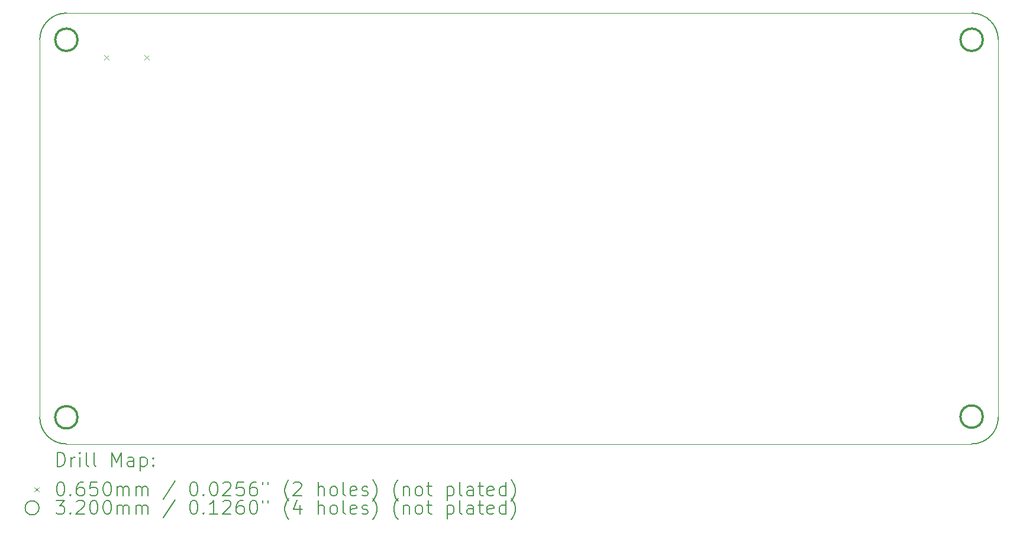
<source format=gbr>
%TF.GenerationSoftware,KiCad,Pcbnew,8.0.6*%
%TF.CreationDate,2025-05-06T21:58:27+02:00*%
%TF.ProjectId,VCU2.0,56435532-2e30-42e6-9b69-6361645f7063,rev?*%
%TF.SameCoordinates,Original*%
%TF.FileFunction,Drillmap*%
%TF.FilePolarity,Positive*%
%FSLAX45Y45*%
G04 Gerber Fmt 4.5, Leading zero omitted, Abs format (unit mm)*
G04 Created by KiCad (PCBNEW 8.0.6) date 2025-05-06 21:58:27*
%MOMM*%
%LPD*%
G01*
G04 APERTURE LIST*
%ADD10C,0.100000*%
%ADD11C,0.200000*%
%ADD12C,0.320000*%
G04 APERTURE END LIST*
D10*
X16256000Y-11049000D02*
X16256000Y-16446500D01*
X2921000Y-10668000D02*
X15875000Y-10668000D01*
D11*
X16256000Y-16446500D02*
G75*
G02*
X15875000Y-16827500I-381000J0D01*
G01*
X15875000Y-10668000D02*
G75*
G02*
X16256000Y-11049000I0J-381000D01*
G01*
X2921000Y-16827500D02*
G75*
G02*
X2540000Y-16446500I0J381000D01*
G01*
X2540000Y-11049000D02*
G75*
G02*
X2921000Y-10668000I381000J0D01*
G01*
D10*
X15875000Y-16827500D02*
X2921000Y-16827500D01*
X2540000Y-16446500D02*
X2540000Y-11049000D01*
D11*
D10*
X3463285Y-11267192D02*
X3528284Y-11332190D01*
X3528284Y-11267192D02*
X3463285Y-11332190D01*
X4041289Y-11267141D02*
X4106287Y-11332140D01*
X4106287Y-11267141D02*
X4041289Y-11332140D01*
D12*
X3081000Y-11049000D02*
G75*
G02*
X2761000Y-11049000I-160000J0D01*
G01*
X2761000Y-11049000D02*
G75*
G02*
X3081000Y-11049000I160000J0D01*
G01*
X3081000Y-16446500D02*
G75*
G02*
X2761000Y-16446500I-160000J0D01*
G01*
X2761000Y-16446500D02*
G75*
G02*
X3081000Y-16446500I160000J0D01*
G01*
X16035000Y-11049000D02*
G75*
G02*
X15715000Y-11049000I-160000J0D01*
G01*
X15715000Y-11049000D02*
G75*
G02*
X16035000Y-11049000I160000J0D01*
G01*
X16035000Y-16436500D02*
G75*
G02*
X15715000Y-16436500I-160000J0D01*
G01*
X15715000Y-16436500D02*
G75*
G02*
X16035000Y-16436500I160000J0D01*
G01*
D11*
X2790777Y-17148984D02*
X2790777Y-16948984D01*
X2790777Y-16948984D02*
X2838396Y-16948984D01*
X2838396Y-16948984D02*
X2866967Y-16958508D01*
X2866967Y-16958508D02*
X2886015Y-16977555D01*
X2886015Y-16977555D02*
X2895539Y-16996603D01*
X2895539Y-16996603D02*
X2905062Y-17034698D01*
X2905062Y-17034698D02*
X2905062Y-17063270D01*
X2905062Y-17063270D02*
X2895539Y-17101365D01*
X2895539Y-17101365D02*
X2886015Y-17120412D01*
X2886015Y-17120412D02*
X2866967Y-17139460D01*
X2866967Y-17139460D02*
X2838396Y-17148984D01*
X2838396Y-17148984D02*
X2790777Y-17148984D01*
X2990777Y-17148984D02*
X2990777Y-17015650D01*
X2990777Y-17053746D02*
X3000301Y-17034698D01*
X3000301Y-17034698D02*
X3009824Y-17025174D01*
X3009824Y-17025174D02*
X3028872Y-17015650D01*
X3028872Y-17015650D02*
X3047920Y-17015650D01*
X3114586Y-17148984D02*
X3114586Y-17015650D01*
X3114586Y-16948984D02*
X3105062Y-16958508D01*
X3105062Y-16958508D02*
X3114586Y-16968031D01*
X3114586Y-16968031D02*
X3124110Y-16958508D01*
X3124110Y-16958508D02*
X3114586Y-16948984D01*
X3114586Y-16948984D02*
X3114586Y-16968031D01*
X3238396Y-17148984D02*
X3219348Y-17139460D01*
X3219348Y-17139460D02*
X3209824Y-17120412D01*
X3209824Y-17120412D02*
X3209824Y-16948984D01*
X3343158Y-17148984D02*
X3324110Y-17139460D01*
X3324110Y-17139460D02*
X3314586Y-17120412D01*
X3314586Y-17120412D02*
X3314586Y-16948984D01*
X3571729Y-17148984D02*
X3571729Y-16948984D01*
X3571729Y-16948984D02*
X3638396Y-17091841D01*
X3638396Y-17091841D02*
X3705062Y-16948984D01*
X3705062Y-16948984D02*
X3705062Y-17148984D01*
X3886015Y-17148984D02*
X3886015Y-17044222D01*
X3886015Y-17044222D02*
X3876491Y-17025174D01*
X3876491Y-17025174D02*
X3857443Y-17015650D01*
X3857443Y-17015650D02*
X3819348Y-17015650D01*
X3819348Y-17015650D02*
X3800301Y-17025174D01*
X3886015Y-17139460D02*
X3866967Y-17148984D01*
X3866967Y-17148984D02*
X3819348Y-17148984D01*
X3819348Y-17148984D02*
X3800301Y-17139460D01*
X3800301Y-17139460D02*
X3790777Y-17120412D01*
X3790777Y-17120412D02*
X3790777Y-17101365D01*
X3790777Y-17101365D02*
X3800301Y-17082317D01*
X3800301Y-17082317D02*
X3819348Y-17072793D01*
X3819348Y-17072793D02*
X3866967Y-17072793D01*
X3866967Y-17072793D02*
X3886015Y-17063270D01*
X3981253Y-17015650D02*
X3981253Y-17215650D01*
X3981253Y-17025174D02*
X4000301Y-17015650D01*
X4000301Y-17015650D02*
X4038396Y-17015650D01*
X4038396Y-17015650D02*
X4057443Y-17025174D01*
X4057443Y-17025174D02*
X4066967Y-17034698D01*
X4066967Y-17034698D02*
X4076491Y-17053746D01*
X4076491Y-17053746D02*
X4076491Y-17110889D01*
X4076491Y-17110889D02*
X4066967Y-17129936D01*
X4066967Y-17129936D02*
X4057443Y-17139460D01*
X4057443Y-17139460D02*
X4038396Y-17148984D01*
X4038396Y-17148984D02*
X4000301Y-17148984D01*
X4000301Y-17148984D02*
X3981253Y-17139460D01*
X4162205Y-17129936D02*
X4171729Y-17139460D01*
X4171729Y-17139460D02*
X4162205Y-17148984D01*
X4162205Y-17148984D02*
X4152682Y-17139460D01*
X4152682Y-17139460D02*
X4162205Y-17129936D01*
X4162205Y-17129936D02*
X4162205Y-17148984D01*
X4162205Y-17025174D02*
X4171729Y-17034698D01*
X4171729Y-17034698D02*
X4162205Y-17044222D01*
X4162205Y-17044222D02*
X4152682Y-17034698D01*
X4152682Y-17034698D02*
X4162205Y-17025174D01*
X4162205Y-17025174D02*
X4162205Y-17044222D01*
D10*
X2465001Y-17445001D02*
X2530000Y-17509999D01*
X2530000Y-17445001D02*
X2465001Y-17509999D01*
D11*
X2828872Y-17368984D02*
X2847920Y-17368984D01*
X2847920Y-17368984D02*
X2866967Y-17378508D01*
X2866967Y-17378508D02*
X2876491Y-17388031D01*
X2876491Y-17388031D02*
X2886015Y-17407079D01*
X2886015Y-17407079D02*
X2895539Y-17445174D01*
X2895539Y-17445174D02*
X2895539Y-17492793D01*
X2895539Y-17492793D02*
X2886015Y-17530889D01*
X2886015Y-17530889D02*
X2876491Y-17549936D01*
X2876491Y-17549936D02*
X2866967Y-17559460D01*
X2866967Y-17559460D02*
X2847920Y-17568984D01*
X2847920Y-17568984D02*
X2828872Y-17568984D01*
X2828872Y-17568984D02*
X2809824Y-17559460D01*
X2809824Y-17559460D02*
X2800301Y-17549936D01*
X2800301Y-17549936D02*
X2790777Y-17530889D01*
X2790777Y-17530889D02*
X2781253Y-17492793D01*
X2781253Y-17492793D02*
X2781253Y-17445174D01*
X2781253Y-17445174D02*
X2790777Y-17407079D01*
X2790777Y-17407079D02*
X2800301Y-17388031D01*
X2800301Y-17388031D02*
X2809824Y-17378508D01*
X2809824Y-17378508D02*
X2828872Y-17368984D01*
X2981253Y-17549936D02*
X2990777Y-17559460D01*
X2990777Y-17559460D02*
X2981253Y-17568984D01*
X2981253Y-17568984D02*
X2971729Y-17559460D01*
X2971729Y-17559460D02*
X2981253Y-17549936D01*
X2981253Y-17549936D02*
X2981253Y-17568984D01*
X3162205Y-17368984D02*
X3124110Y-17368984D01*
X3124110Y-17368984D02*
X3105062Y-17378508D01*
X3105062Y-17378508D02*
X3095539Y-17388031D01*
X3095539Y-17388031D02*
X3076491Y-17416603D01*
X3076491Y-17416603D02*
X3066967Y-17454698D01*
X3066967Y-17454698D02*
X3066967Y-17530889D01*
X3066967Y-17530889D02*
X3076491Y-17549936D01*
X3076491Y-17549936D02*
X3086015Y-17559460D01*
X3086015Y-17559460D02*
X3105062Y-17568984D01*
X3105062Y-17568984D02*
X3143158Y-17568984D01*
X3143158Y-17568984D02*
X3162205Y-17559460D01*
X3162205Y-17559460D02*
X3171729Y-17549936D01*
X3171729Y-17549936D02*
X3181253Y-17530889D01*
X3181253Y-17530889D02*
X3181253Y-17483270D01*
X3181253Y-17483270D02*
X3171729Y-17464222D01*
X3171729Y-17464222D02*
X3162205Y-17454698D01*
X3162205Y-17454698D02*
X3143158Y-17445174D01*
X3143158Y-17445174D02*
X3105062Y-17445174D01*
X3105062Y-17445174D02*
X3086015Y-17454698D01*
X3086015Y-17454698D02*
X3076491Y-17464222D01*
X3076491Y-17464222D02*
X3066967Y-17483270D01*
X3362205Y-17368984D02*
X3266967Y-17368984D01*
X3266967Y-17368984D02*
X3257443Y-17464222D01*
X3257443Y-17464222D02*
X3266967Y-17454698D01*
X3266967Y-17454698D02*
X3286015Y-17445174D01*
X3286015Y-17445174D02*
X3333634Y-17445174D01*
X3333634Y-17445174D02*
X3352682Y-17454698D01*
X3352682Y-17454698D02*
X3362205Y-17464222D01*
X3362205Y-17464222D02*
X3371729Y-17483270D01*
X3371729Y-17483270D02*
X3371729Y-17530889D01*
X3371729Y-17530889D02*
X3362205Y-17549936D01*
X3362205Y-17549936D02*
X3352682Y-17559460D01*
X3352682Y-17559460D02*
X3333634Y-17568984D01*
X3333634Y-17568984D02*
X3286015Y-17568984D01*
X3286015Y-17568984D02*
X3266967Y-17559460D01*
X3266967Y-17559460D02*
X3257443Y-17549936D01*
X3495539Y-17368984D02*
X3514586Y-17368984D01*
X3514586Y-17368984D02*
X3533634Y-17378508D01*
X3533634Y-17378508D02*
X3543158Y-17388031D01*
X3543158Y-17388031D02*
X3552682Y-17407079D01*
X3552682Y-17407079D02*
X3562205Y-17445174D01*
X3562205Y-17445174D02*
X3562205Y-17492793D01*
X3562205Y-17492793D02*
X3552682Y-17530889D01*
X3552682Y-17530889D02*
X3543158Y-17549936D01*
X3543158Y-17549936D02*
X3533634Y-17559460D01*
X3533634Y-17559460D02*
X3514586Y-17568984D01*
X3514586Y-17568984D02*
X3495539Y-17568984D01*
X3495539Y-17568984D02*
X3476491Y-17559460D01*
X3476491Y-17559460D02*
X3466967Y-17549936D01*
X3466967Y-17549936D02*
X3457443Y-17530889D01*
X3457443Y-17530889D02*
X3447920Y-17492793D01*
X3447920Y-17492793D02*
X3447920Y-17445174D01*
X3447920Y-17445174D02*
X3457443Y-17407079D01*
X3457443Y-17407079D02*
X3466967Y-17388031D01*
X3466967Y-17388031D02*
X3476491Y-17378508D01*
X3476491Y-17378508D02*
X3495539Y-17368984D01*
X3647920Y-17568984D02*
X3647920Y-17435650D01*
X3647920Y-17454698D02*
X3657443Y-17445174D01*
X3657443Y-17445174D02*
X3676491Y-17435650D01*
X3676491Y-17435650D02*
X3705063Y-17435650D01*
X3705063Y-17435650D02*
X3724110Y-17445174D01*
X3724110Y-17445174D02*
X3733634Y-17464222D01*
X3733634Y-17464222D02*
X3733634Y-17568984D01*
X3733634Y-17464222D02*
X3743158Y-17445174D01*
X3743158Y-17445174D02*
X3762205Y-17435650D01*
X3762205Y-17435650D02*
X3790777Y-17435650D01*
X3790777Y-17435650D02*
X3809824Y-17445174D01*
X3809824Y-17445174D02*
X3819348Y-17464222D01*
X3819348Y-17464222D02*
X3819348Y-17568984D01*
X3914586Y-17568984D02*
X3914586Y-17435650D01*
X3914586Y-17454698D02*
X3924110Y-17445174D01*
X3924110Y-17445174D02*
X3943158Y-17435650D01*
X3943158Y-17435650D02*
X3971729Y-17435650D01*
X3971729Y-17435650D02*
X3990777Y-17445174D01*
X3990777Y-17445174D02*
X4000301Y-17464222D01*
X4000301Y-17464222D02*
X4000301Y-17568984D01*
X4000301Y-17464222D02*
X4009824Y-17445174D01*
X4009824Y-17445174D02*
X4028872Y-17435650D01*
X4028872Y-17435650D02*
X4057443Y-17435650D01*
X4057443Y-17435650D02*
X4076491Y-17445174D01*
X4076491Y-17445174D02*
X4086015Y-17464222D01*
X4086015Y-17464222D02*
X4086015Y-17568984D01*
X4476491Y-17359460D02*
X4305063Y-17616603D01*
X4733634Y-17368984D02*
X4752682Y-17368984D01*
X4752682Y-17368984D02*
X4771729Y-17378508D01*
X4771729Y-17378508D02*
X4781253Y-17388031D01*
X4781253Y-17388031D02*
X4790777Y-17407079D01*
X4790777Y-17407079D02*
X4800301Y-17445174D01*
X4800301Y-17445174D02*
X4800301Y-17492793D01*
X4800301Y-17492793D02*
X4790777Y-17530889D01*
X4790777Y-17530889D02*
X4781253Y-17549936D01*
X4781253Y-17549936D02*
X4771729Y-17559460D01*
X4771729Y-17559460D02*
X4752682Y-17568984D01*
X4752682Y-17568984D02*
X4733634Y-17568984D01*
X4733634Y-17568984D02*
X4714587Y-17559460D01*
X4714587Y-17559460D02*
X4705063Y-17549936D01*
X4705063Y-17549936D02*
X4695539Y-17530889D01*
X4695539Y-17530889D02*
X4686015Y-17492793D01*
X4686015Y-17492793D02*
X4686015Y-17445174D01*
X4686015Y-17445174D02*
X4695539Y-17407079D01*
X4695539Y-17407079D02*
X4705063Y-17388031D01*
X4705063Y-17388031D02*
X4714587Y-17378508D01*
X4714587Y-17378508D02*
X4733634Y-17368984D01*
X4886015Y-17549936D02*
X4895539Y-17559460D01*
X4895539Y-17559460D02*
X4886015Y-17568984D01*
X4886015Y-17568984D02*
X4876491Y-17559460D01*
X4876491Y-17559460D02*
X4886015Y-17549936D01*
X4886015Y-17549936D02*
X4886015Y-17568984D01*
X5019348Y-17368984D02*
X5038396Y-17368984D01*
X5038396Y-17368984D02*
X5057444Y-17378508D01*
X5057444Y-17378508D02*
X5066968Y-17388031D01*
X5066968Y-17388031D02*
X5076491Y-17407079D01*
X5076491Y-17407079D02*
X5086015Y-17445174D01*
X5086015Y-17445174D02*
X5086015Y-17492793D01*
X5086015Y-17492793D02*
X5076491Y-17530889D01*
X5076491Y-17530889D02*
X5066968Y-17549936D01*
X5066968Y-17549936D02*
X5057444Y-17559460D01*
X5057444Y-17559460D02*
X5038396Y-17568984D01*
X5038396Y-17568984D02*
X5019348Y-17568984D01*
X5019348Y-17568984D02*
X5000301Y-17559460D01*
X5000301Y-17559460D02*
X4990777Y-17549936D01*
X4990777Y-17549936D02*
X4981253Y-17530889D01*
X4981253Y-17530889D02*
X4971729Y-17492793D01*
X4971729Y-17492793D02*
X4971729Y-17445174D01*
X4971729Y-17445174D02*
X4981253Y-17407079D01*
X4981253Y-17407079D02*
X4990777Y-17388031D01*
X4990777Y-17388031D02*
X5000301Y-17378508D01*
X5000301Y-17378508D02*
X5019348Y-17368984D01*
X5162206Y-17388031D02*
X5171729Y-17378508D01*
X5171729Y-17378508D02*
X5190777Y-17368984D01*
X5190777Y-17368984D02*
X5238396Y-17368984D01*
X5238396Y-17368984D02*
X5257444Y-17378508D01*
X5257444Y-17378508D02*
X5266968Y-17388031D01*
X5266968Y-17388031D02*
X5276491Y-17407079D01*
X5276491Y-17407079D02*
X5276491Y-17426127D01*
X5276491Y-17426127D02*
X5266968Y-17454698D01*
X5266968Y-17454698D02*
X5152682Y-17568984D01*
X5152682Y-17568984D02*
X5276491Y-17568984D01*
X5457444Y-17368984D02*
X5362206Y-17368984D01*
X5362206Y-17368984D02*
X5352682Y-17464222D01*
X5352682Y-17464222D02*
X5362206Y-17454698D01*
X5362206Y-17454698D02*
X5381253Y-17445174D01*
X5381253Y-17445174D02*
X5428872Y-17445174D01*
X5428872Y-17445174D02*
X5447920Y-17454698D01*
X5447920Y-17454698D02*
X5457444Y-17464222D01*
X5457444Y-17464222D02*
X5466968Y-17483270D01*
X5466968Y-17483270D02*
X5466968Y-17530889D01*
X5466968Y-17530889D02*
X5457444Y-17549936D01*
X5457444Y-17549936D02*
X5447920Y-17559460D01*
X5447920Y-17559460D02*
X5428872Y-17568984D01*
X5428872Y-17568984D02*
X5381253Y-17568984D01*
X5381253Y-17568984D02*
X5362206Y-17559460D01*
X5362206Y-17559460D02*
X5352682Y-17549936D01*
X5638396Y-17368984D02*
X5600301Y-17368984D01*
X5600301Y-17368984D02*
X5581253Y-17378508D01*
X5581253Y-17378508D02*
X5571729Y-17388031D01*
X5571729Y-17388031D02*
X5552682Y-17416603D01*
X5552682Y-17416603D02*
X5543158Y-17454698D01*
X5543158Y-17454698D02*
X5543158Y-17530889D01*
X5543158Y-17530889D02*
X5552682Y-17549936D01*
X5552682Y-17549936D02*
X5562206Y-17559460D01*
X5562206Y-17559460D02*
X5581253Y-17568984D01*
X5581253Y-17568984D02*
X5619348Y-17568984D01*
X5619348Y-17568984D02*
X5638396Y-17559460D01*
X5638396Y-17559460D02*
X5647920Y-17549936D01*
X5647920Y-17549936D02*
X5657444Y-17530889D01*
X5657444Y-17530889D02*
X5657444Y-17483270D01*
X5657444Y-17483270D02*
X5647920Y-17464222D01*
X5647920Y-17464222D02*
X5638396Y-17454698D01*
X5638396Y-17454698D02*
X5619348Y-17445174D01*
X5619348Y-17445174D02*
X5581253Y-17445174D01*
X5581253Y-17445174D02*
X5562206Y-17454698D01*
X5562206Y-17454698D02*
X5552682Y-17464222D01*
X5552682Y-17464222D02*
X5543158Y-17483270D01*
X5733634Y-17368984D02*
X5733634Y-17407079D01*
X5809825Y-17368984D02*
X5809825Y-17407079D01*
X6105063Y-17645174D02*
X6095539Y-17635650D01*
X6095539Y-17635650D02*
X6076491Y-17607079D01*
X6076491Y-17607079D02*
X6066968Y-17588031D01*
X6066968Y-17588031D02*
X6057444Y-17559460D01*
X6057444Y-17559460D02*
X6047920Y-17511841D01*
X6047920Y-17511841D02*
X6047920Y-17473746D01*
X6047920Y-17473746D02*
X6057444Y-17426127D01*
X6057444Y-17426127D02*
X6066968Y-17397555D01*
X6066968Y-17397555D02*
X6076491Y-17378508D01*
X6076491Y-17378508D02*
X6095539Y-17349936D01*
X6095539Y-17349936D02*
X6105063Y-17340412D01*
X6171729Y-17388031D02*
X6181253Y-17378508D01*
X6181253Y-17378508D02*
X6200301Y-17368984D01*
X6200301Y-17368984D02*
X6247920Y-17368984D01*
X6247920Y-17368984D02*
X6266968Y-17378508D01*
X6266968Y-17378508D02*
X6276491Y-17388031D01*
X6276491Y-17388031D02*
X6286015Y-17407079D01*
X6286015Y-17407079D02*
X6286015Y-17426127D01*
X6286015Y-17426127D02*
X6276491Y-17454698D01*
X6276491Y-17454698D02*
X6162206Y-17568984D01*
X6162206Y-17568984D02*
X6286015Y-17568984D01*
X6524110Y-17568984D02*
X6524110Y-17368984D01*
X6609825Y-17568984D02*
X6609825Y-17464222D01*
X6609825Y-17464222D02*
X6600301Y-17445174D01*
X6600301Y-17445174D02*
X6581253Y-17435650D01*
X6581253Y-17435650D02*
X6552682Y-17435650D01*
X6552682Y-17435650D02*
X6533634Y-17445174D01*
X6533634Y-17445174D02*
X6524110Y-17454698D01*
X6733634Y-17568984D02*
X6714587Y-17559460D01*
X6714587Y-17559460D02*
X6705063Y-17549936D01*
X6705063Y-17549936D02*
X6695539Y-17530889D01*
X6695539Y-17530889D02*
X6695539Y-17473746D01*
X6695539Y-17473746D02*
X6705063Y-17454698D01*
X6705063Y-17454698D02*
X6714587Y-17445174D01*
X6714587Y-17445174D02*
X6733634Y-17435650D01*
X6733634Y-17435650D02*
X6762206Y-17435650D01*
X6762206Y-17435650D02*
X6781253Y-17445174D01*
X6781253Y-17445174D02*
X6790777Y-17454698D01*
X6790777Y-17454698D02*
X6800301Y-17473746D01*
X6800301Y-17473746D02*
X6800301Y-17530889D01*
X6800301Y-17530889D02*
X6790777Y-17549936D01*
X6790777Y-17549936D02*
X6781253Y-17559460D01*
X6781253Y-17559460D02*
X6762206Y-17568984D01*
X6762206Y-17568984D02*
X6733634Y-17568984D01*
X6914587Y-17568984D02*
X6895539Y-17559460D01*
X6895539Y-17559460D02*
X6886015Y-17540412D01*
X6886015Y-17540412D02*
X6886015Y-17368984D01*
X7066968Y-17559460D02*
X7047920Y-17568984D01*
X7047920Y-17568984D02*
X7009825Y-17568984D01*
X7009825Y-17568984D02*
X6990777Y-17559460D01*
X6990777Y-17559460D02*
X6981253Y-17540412D01*
X6981253Y-17540412D02*
X6981253Y-17464222D01*
X6981253Y-17464222D02*
X6990777Y-17445174D01*
X6990777Y-17445174D02*
X7009825Y-17435650D01*
X7009825Y-17435650D02*
X7047920Y-17435650D01*
X7047920Y-17435650D02*
X7066968Y-17445174D01*
X7066968Y-17445174D02*
X7076491Y-17464222D01*
X7076491Y-17464222D02*
X7076491Y-17483270D01*
X7076491Y-17483270D02*
X6981253Y-17502317D01*
X7152682Y-17559460D02*
X7171730Y-17568984D01*
X7171730Y-17568984D02*
X7209825Y-17568984D01*
X7209825Y-17568984D02*
X7228872Y-17559460D01*
X7228872Y-17559460D02*
X7238396Y-17540412D01*
X7238396Y-17540412D02*
X7238396Y-17530889D01*
X7238396Y-17530889D02*
X7228872Y-17511841D01*
X7228872Y-17511841D02*
X7209825Y-17502317D01*
X7209825Y-17502317D02*
X7181253Y-17502317D01*
X7181253Y-17502317D02*
X7162206Y-17492793D01*
X7162206Y-17492793D02*
X7152682Y-17473746D01*
X7152682Y-17473746D02*
X7152682Y-17464222D01*
X7152682Y-17464222D02*
X7162206Y-17445174D01*
X7162206Y-17445174D02*
X7181253Y-17435650D01*
X7181253Y-17435650D02*
X7209825Y-17435650D01*
X7209825Y-17435650D02*
X7228872Y-17445174D01*
X7305063Y-17645174D02*
X7314587Y-17635650D01*
X7314587Y-17635650D02*
X7333634Y-17607079D01*
X7333634Y-17607079D02*
X7343158Y-17588031D01*
X7343158Y-17588031D02*
X7352682Y-17559460D01*
X7352682Y-17559460D02*
X7362206Y-17511841D01*
X7362206Y-17511841D02*
X7362206Y-17473746D01*
X7362206Y-17473746D02*
X7352682Y-17426127D01*
X7352682Y-17426127D02*
X7343158Y-17397555D01*
X7343158Y-17397555D02*
X7333634Y-17378508D01*
X7333634Y-17378508D02*
X7314587Y-17349936D01*
X7314587Y-17349936D02*
X7305063Y-17340412D01*
X7666968Y-17645174D02*
X7657444Y-17635650D01*
X7657444Y-17635650D02*
X7638396Y-17607079D01*
X7638396Y-17607079D02*
X7628872Y-17588031D01*
X7628872Y-17588031D02*
X7619349Y-17559460D01*
X7619349Y-17559460D02*
X7609825Y-17511841D01*
X7609825Y-17511841D02*
X7609825Y-17473746D01*
X7609825Y-17473746D02*
X7619349Y-17426127D01*
X7619349Y-17426127D02*
X7628872Y-17397555D01*
X7628872Y-17397555D02*
X7638396Y-17378508D01*
X7638396Y-17378508D02*
X7657444Y-17349936D01*
X7657444Y-17349936D02*
X7666968Y-17340412D01*
X7743158Y-17435650D02*
X7743158Y-17568984D01*
X7743158Y-17454698D02*
X7752682Y-17445174D01*
X7752682Y-17445174D02*
X7771730Y-17435650D01*
X7771730Y-17435650D02*
X7800301Y-17435650D01*
X7800301Y-17435650D02*
X7819349Y-17445174D01*
X7819349Y-17445174D02*
X7828872Y-17464222D01*
X7828872Y-17464222D02*
X7828872Y-17568984D01*
X7952682Y-17568984D02*
X7933634Y-17559460D01*
X7933634Y-17559460D02*
X7924111Y-17549936D01*
X7924111Y-17549936D02*
X7914587Y-17530889D01*
X7914587Y-17530889D02*
X7914587Y-17473746D01*
X7914587Y-17473746D02*
X7924111Y-17454698D01*
X7924111Y-17454698D02*
X7933634Y-17445174D01*
X7933634Y-17445174D02*
X7952682Y-17435650D01*
X7952682Y-17435650D02*
X7981253Y-17435650D01*
X7981253Y-17435650D02*
X8000301Y-17445174D01*
X8000301Y-17445174D02*
X8009825Y-17454698D01*
X8009825Y-17454698D02*
X8019349Y-17473746D01*
X8019349Y-17473746D02*
X8019349Y-17530889D01*
X8019349Y-17530889D02*
X8009825Y-17549936D01*
X8009825Y-17549936D02*
X8000301Y-17559460D01*
X8000301Y-17559460D02*
X7981253Y-17568984D01*
X7981253Y-17568984D02*
X7952682Y-17568984D01*
X8076492Y-17435650D02*
X8152682Y-17435650D01*
X8105063Y-17368984D02*
X8105063Y-17540412D01*
X8105063Y-17540412D02*
X8114587Y-17559460D01*
X8114587Y-17559460D02*
X8133634Y-17568984D01*
X8133634Y-17568984D02*
X8152682Y-17568984D01*
X8371730Y-17435650D02*
X8371730Y-17635650D01*
X8371730Y-17445174D02*
X8390777Y-17435650D01*
X8390777Y-17435650D02*
X8428873Y-17435650D01*
X8428873Y-17435650D02*
X8447920Y-17445174D01*
X8447920Y-17445174D02*
X8457444Y-17454698D01*
X8457444Y-17454698D02*
X8466968Y-17473746D01*
X8466968Y-17473746D02*
X8466968Y-17530889D01*
X8466968Y-17530889D02*
X8457444Y-17549936D01*
X8457444Y-17549936D02*
X8447920Y-17559460D01*
X8447920Y-17559460D02*
X8428873Y-17568984D01*
X8428873Y-17568984D02*
X8390777Y-17568984D01*
X8390777Y-17568984D02*
X8371730Y-17559460D01*
X8581254Y-17568984D02*
X8562206Y-17559460D01*
X8562206Y-17559460D02*
X8552682Y-17540412D01*
X8552682Y-17540412D02*
X8552682Y-17368984D01*
X8743158Y-17568984D02*
X8743158Y-17464222D01*
X8743158Y-17464222D02*
X8733635Y-17445174D01*
X8733635Y-17445174D02*
X8714587Y-17435650D01*
X8714587Y-17435650D02*
X8676492Y-17435650D01*
X8676492Y-17435650D02*
X8657444Y-17445174D01*
X8743158Y-17559460D02*
X8724111Y-17568984D01*
X8724111Y-17568984D02*
X8676492Y-17568984D01*
X8676492Y-17568984D02*
X8657444Y-17559460D01*
X8657444Y-17559460D02*
X8647920Y-17540412D01*
X8647920Y-17540412D02*
X8647920Y-17521365D01*
X8647920Y-17521365D02*
X8657444Y-17502317D01*
X8657444Y-17502317D02*
X8676492Y-17492793D01*
X8676492Y-17492793D02*
X8724111Y-17492793D01*
X8724111Y-17492793D02*
X8743158Y-17483270D01*
X8809825Y-17435650D02*
X8886015Y-17435650D01*
X8838396Y-17368984D02*
X8838396Y-17540412D01*
X8838396Y-17540412D02*
X8847920Y-17559460D01*
X8847920Y-17559460D02*
X8866968Y-17568984D01*
X8866968Y-17568984D02*
X8886015Y-17568984D01*
X9028873Y-17559460D02*
X9009825Y-17568984D01*
X9009825Y-17568984D02*
X8971730Y-17568984D01*
X8971730Y-17568984D02*
X8952682Y-17559460D01*
X8952682Y-17559460D02*
X8943158Y-17540412D01*
X8943158Y-17540412D02*
X8943158Y-17464222D01*
X8943158Y-17464222D02*
X8952682Y-17445174D01*
X8952682Y-17445174D02*
X8971730Y-17435650D01*
X8971730Y-17435650D02*
X9009825Y-17435650D01*
X9009825Y-17435650D02*
X9028873Y-17445174D01*
X9028873Y-17445174D02*
X9038396Y-17464222D01*
X9038396Y-17464222D02*
X9038396Y-17483270D01*
X9038396Y-17483270D02*
X8943158Y-17502317D01*
X9209825Y-17568984D02*
X9209825Y-17368984D01*
X9209825Y-17559460D02*
X9190777Y-17568984D01*
X9190777Y-17568984D02*
X9152682Y-17568984D01*
X9152682Y-17568984D02*
X9133635Y-17559460D01*
X9133635Y-17559460D02*
X9124111Y-17549936D01*
X9124111Y-17549936D02*
X9114587Y-17530889D01*
X9114587Y-17530889D02*
X9114587Y-17473746D01*
X9114587Y-17473746D02*
X9124111Y-17454698D01*
X9124111Y-17454698D02*
X9133635Y-17445174D01*
X9133635Y-17445174D02*
X9152682Y-17435650D01*
X9152682Y-17435650D02*
X9190777Y-17435650D01*
X9190777Y-17435650D02*
X9209825Y-17445174D01*
X9286016Y-17645174D02*
X9295539Y-17635650D01*
X9295539Y-17635650D02*
X9314587Y-17607079D01*
X9314587Y-17607079D02*
X9324111Y-17588031D01*
X9324111Y-17588031D02*
X9333635Y-17559460D01*
X9333635Y-17559460D02*
X9343158Y-17511841D01*
X9343158Y-17511841D02*
X9343158Y-17473746D01*
X9343158Y-17473746D02*
X9333635Y-17426127D01*
X9333635Y-17426127D02*
X9324111Y-17397555D01*
X9324111Y-17397555D02*
X9314587Y-17378508D01*
X9314587Y-17378508D02*
X9295539Y-17349936D01*
X9295539Y-17349936D02*
X9286016Y-17340412D01*
X2530000Y-17741500D02*
G75*
G02*
X2330000Y-17741500I-100000J0D01*
G01*
X2330000Y-17741500D02*
G75*
G02*
X2530000Y-17741500I100000J0D01*
G01*
X2771729Y-17632984D02*
X2895539Y-17632984D01*
X2895539Y-17632984D02*
X2828872Y-17709174D01*
X2828872Y-17709174D02*
X2857443Y-17709174D01*
X2857443Y-17709174D02*
X2876491Y-17718698D01*
X2876491Y-17718698D02*
X2886015Y-17728222D01*
X2886015Y-17728222D02*
X2895539Y-17747270D01*
X2895539Y-17747270D02*
X2895539Y-17794889D01*
X2895539Y-17794889D02*
X2886015Y-17813936D01*
X2886015Y-17813936D02*
X2876491Y-17823460D01*
X2876491Y-17823460D02*
X2857443Y-17832984D01*
X2857443Y-17832984D02*
X2800301Y-17832984D01*
X2800301Y-17832984D02*
X2781253Y-17823460D01*
X2781253Y-17823460D02*
X2771729Y-17813936D01*
X2981253Y-17813936D02*
X2990777Y-17823460D01*
X2990777Y-17823460D02*
X2981253Y-17832984D01*
X2981253Y-17832984D02*
X2971729Y-17823460D01*
X2971729Y-17823460D02*
X2981253Y-17813936D01*
X2981253Y-17813936D02*
X2981253Y-17832984D01*
X3066967Y-17652031D02*
X3076491Y-17642508D01*
X3076491Y-17642508D02*
X3095539Y-17632984D01*
X3095539Y-17632984D02*
X3143158Y-17632984D01*
X3143158Y-17632984D02*
X3162205Y-17642508D01*
X3162205Y-17642508D02*
X3171729Y-17652031D01*
X3171729Y-17652031D02*
X3181253Y-17671079D01*
X3181253Y-17671079D02*
X3181253Y-17690127D01*
X3181253Y-17690127D02*
X3171729Y-17718698D01*
X3171729Y-17718698D02*
X3057443Y-17832984D01*
X3057443Y-17832984D02*
X3181253Y-17832984D01*
X3305062Y-17632984D02*
X3324110Y-17632984D01*
X3324110Y-17632984D02*
X3343158Y-17642508D01*
X3343158Y-17642508D02*
X3352682Y-17652031D01*
X3352682Y-17652031D02*
X3362205Y-17671079D01*
X3362205Y-17671079D02*
X3371729Y-17709174D01*
X3371729Y-17709174D02*
X3371729Y-17756793D01*
X3371729Y-17756793D02*
X3362205Y-17794889D01*
X3362205Y-17794889D02*
X3352682Y-17813936D01*
X3352682Y-17813936D02*
X3343158Y-17823460D01*
X3343158Y-17823460D02*
X3324110Y-17832984D01*
X3324110Y-17832984D02*
X3305062Y-17832984D01*
X3305062Y-17832984D02*
X3286015Y-17823460D01*
X3286015Y-17823460D02*
X3276491Y-17813936D01*
X3276491Y-17813936D02*
X3266967Y-17794889D01*
X3266967Y-17794889D02*
X3257443Y-17756793D01*
X3257443Y-17756793D02*
X3257443Y-17709174D01*
X3257443Y-17709174D02*
X3266967Y-17671079D01*
X3266967Y-17671079D02*
X3276491Y-17652031D01*
X3276491Y-17652031D02*
X3286015Y-17642508D01*
X3286015Y-17642508D02*
X3305062Y-17632984D01*
X3495539Y-17632984D02*
X3514586Y-17632984D01*
X3514586Y-17632984D02*
X3533634Y-17642508D01*
X3533634Y-17642508D02*
X3543158Y-17652031D01*
X3543158Y-17652031D02*
X3552682Y-17671079D01*
X3552682Y-17671079D02*
X3562205Y-17709174D01*
X3562205Y-17709174D02*
X3562205Y-17756793D01*
X3562205Y-17756793D02*
X3552682Y-17794889D01*
X3552682Y-17794889D02*
X3543158Y-17813936D01*
X3543158Y-17813936D02*
X3533634Y-17823460D01*
X3533634Y-17823460D02*
X3514586Y-17832984D01*
X3514586Y-17832984D02*
X3495539Y-17832984D01*
X3495539Y-17832984D02*
X3476491Y-17823460D01*
X3476491Y-17823460D02*
X3466967Y-17813936D01*
X3466967Y-17813936D02*
X3457443Y-17794889D01*
X3457443Y-17794889D02*
X3447920Y-17756793D01*
X3447920Y-17756793D02*
X3447920Y-17709174D01*
X3447920Y-17709174D02*
X3457443Y-17671079D01*
X3457443Y-17671079D02*
X3466967Y-17652031D01*
X3466967Y-17652031D02*
X3476491Y-17642508D01*
X3476491Y-17642508D02*
X3495539Y-17632984D01*
X3647920Y-17832984D02*
X3647920Y-17699650D01*
X3647920Y-17718698D02*
X3657443Y-17709174D01*
X3657443Y-17709174D02*
X3676491Y-17699650D01*
X3676491Y-17699650D02*
X3705063Y-17699650D01*
X3705063Y-17699650D02*
X3724110Y-17709174D01*
X3724110Y-17709174D02*
X3733634Y-17728222D01*
X3733634Y-17728222D02*
X3733634Y-17832984D01*
X3733634Y-17728222D02*
X3743158Y-17709174D01*
X3743158Y-17709174D02*
X3762205Y-17699650D01*
X3762205Y-17699650D02*
X3790777Y-17699650D01*
X3790777Y-17699650D02*
X3809824Y-17709174D01*
X3809824Y-17709174D02*
X3819348Y-17728222D01*
X3819348Y-17728222D02*
X3819348Y-17832984D01*
X3914586Y-17832984D02*
X3914586Y-17699650D01*
X3914586Y-17718698D02*
X3924110Y-17709174D01*
X3924110Y-17709174D02*
X3943158Y-17699650D01*
X3943158Y-17699650D02*
X3971729Y-17699650D01*
X3971729Y-17699650D02*
X3990777Y-17709174D01*
X3990777Y-17709174D02*
X4000301Y-17728222D01*
X4000301Y-17728222D02*
X4000301Y-17832984D01*
X4000301Y-17728222D02*
X4009824Y-17709174D01*
X4009824Y-17709174D02*
X4028872Y-17699650D01*
X4028872Y-17699650D02*
X4057443Y-17699650D01*
X4057443Y-17699650D02*
X4076491Y-17709174D01*
X4076491Y-17709174D02*
X4086015Y-17728222D01*
X4086015Y-17728222D02*
X4086015Y-17832984D01*
X4476491Y-17623460D02*
X4305063Y-17880603D01*
X4733634Y-17632984D02*
X4752682Y-17632984D01*
X4752682Y-17632984D02*
X4771729Y-17642508D01*
X4771729Y-17642508D02*
X4781253Y-17652031D01*
X4781253Y-17652031D02*
X4790777Y-17671079D01*
X4790777Y-17671079D02*
X4800301Y-17709174D01*
X4800301Y-17709174D02*
X4800301Y-17756793D01*
X4800301Y-17756793D02*
X4790777Y-17794889D01*
X4790777Y-17794889D02*
X4781253Y-17813936D01*
X4781253Y-17813936D02*
X4771729Y-17823460D01*
X4771729Y-17823460D02*
X4752682Y-17832984D01*
X4752682Y-17832984D02*
X4733634Y-17832984D01*
X4733634Y-17832984D02*
X4714587Y-17823460D01*
X4714587Y-17823460D02*
X4705063Y-17813936D01*
X4705063Y-17813936D02*
X4695539Y-17794889D01*
X4695539Y-17794889D02*
X4686015Y-17756793D01*
X4686015Y-17756793D02*
X4686015Y-17709174D01*
X4686015Y-17709174D02*
X4695539Y-17671079D01*
X4695539Y-17671079D02*
X4705063Y-17652031D01*
X4705063Y-17652031D02*
X4714587Y-17642508D01*
X4714587Y-17642508D02*
X4733634Y-17632984D01*
X4886015Y-17813936D02*
X4895539Y-17823460D01*
X4895539Y-17823460D02*
X4886015Y-17832984D01*
X4886015Y-17832984D02*
X4876491Y-17823460D01*
X4876491Y-17823460D02*
X4886015Y-17813936D01*
X4886015Y-17813936D02*
X4886015Y-17832984D01*
X5086015Y-17832984D02*
X4971729Y-17832984D01*
X5028872Y-17832984D02*
X5028872Y-17632984D01*
X5028872Y-17632984D02*
X5009825Y-17661555D01*
X5009825Y-17661555D02*
X4990777Y-17680603D01*
X4990777Y-17680603D02*
X4971729Y-17690127D01*
X5162206Y-17652031D02*
X5171729Y-17642508D01*
X5171729Y-17642508D02*
X5190777Y-17632984D01*
X5190777Y-17632984D02*
X5238396Y-17632984D01*
X5238396Y-17632984D02*
X5257444Y-17642508D01*
X5257444Y-17642508D02*
X5266968Y-17652031D01*
X5266968Y-17652031D02*
X5276491Y-17671079D01*
X5276491Y-17671079D02*
X5276491Y-17690127D01*
X5276491Y-17690127D02*
X5266968Y-17718698D01*
X5266968Y-17718698D02*
X5152682Y-17832984D01*
X5152682Y-17832984D02*
X5276491Y-17832984D01*
X5447920Y-17632984D02*
X5409825Y-17632984D01*
X5409825Y-17632984D02*
X5390777Y-17642508D01*
X5390777Y-17642508D02*
X5381253Y-17652031D01*
X5381253Y-17652031D02*
X5362206Y-17680603D01*
X5362206Y-17680603D02*
X5352682Y-17718698D01*
X5352682Y-17718698D02*
X5352682Y-17794889D01*
X5352682Y-17794889D02*
X5362206Y-17813936D01*
X5362206Y-17813936D02*
X5371729Y-17823460D01*
X5371729Y-17823460D02*
X5390777Y-17832984D01*
X5390777Y-17832984D02*
X5428872Y-17832984D01*
X5428872Y-17832984D02*
X5447920Y-17823460D01*
X5447920Y-17823460D02*
X5457444Y-17813936D01*
X5457444Y-17813936D02*
X5466968Y-17794889D01*
X5466968Y-17794889D02*
X5466968Y-17747270D01*
X5466968Y-17747270D02*
X5457444Y-17728222D01*
X5457444Y-17728222D02*
X5447920Y-17718698D01*
X5447920Y-17718698D02*
X5428872Y-17709174D01*
X5428872Y-17709174D02*
X5390777Y-17709174D01*
X5390777Y-17709174D02*
X5371729Y-17718698D01*
X5371729Y-17718698D02*
X5362206Y-17728222D01*
X5362206Y-17728222D02*
X5352682Y-17747270D01*
X5590777Y-17632984D02*
X5609825Y-17632984D01*
X5609825Y-17632984D02*
X5628872Y-17642508D01*
X5628872Y-17642508D02*
X5638396Y-17652031D01*
X5638396Y-17652031D02*
X5647920Y-17671079D01*
X5647920Y-17671079D02*
X5657444Y-17709174D01*
X5657444Y-17709174D02*
X5657444Y-17756793D01*
X5657444Y-17756793D02*
X5647920Y-17794889D01*
X5647920Y-17794889D02*
X5638396Y-17813936D01*
X5638396Y-17813936D02*
X5628872Y-17823460D01*
X5628872Y-17823460D02*
X5609825Y-17832984D01*
X5609825Y-17832984D02*
X5590777Y-17832984D01*
X5590777Y-17832984D02*
X5571729Y-17823460D01*
X5571729Y-17823460D02*
X5562206Y-17813936D01*
X5562206Y-17813936D02*
X5552682Y-17794889D01*
X5552682Y-17794889D02*
X5543158Y-17756793D01*
X5543158Y-17756793D02*
X5543158Y-17709174D01*
X5543158Y-17709174D02*
X5552682Y-17671079D01*
X5552682Y-17671079D02*
X5562206Y-17652031D01*
X5562206Y-17652031D02*
X5571729Y-17642508D01*
X5571729Y-17642508D02*
X5590777Y-17632984D01*
X5733634Y-17632984D02*
X5733634Y-17671079D01*
X5809825Y-17632984D02*
X5809825Y-17671079D01*
X6105063Y-17909174D02*
X6095539Y-17899650D01*
X6095539Y-17899650D02*
X6076491Y-17871079D01*
X6076491Y-17871079D02*
X6066968Y-17852031D01*
X6066968Y-17852031D02*
X6057444Y-17823460D01*
X6057444Y-17823460D02*
X6047920Y-17775841D01*
X6047920Y-17775841D02*
X6047920Y-17737746D01*
X6047920Y-17737746D02*
X6057444Y-17690127D01*
X6057444Y-17690127D02*
X6066968Y-17661555D01*
X6066968Y-17661555D02*
X6076491Y-17642508D01*
X6076491Y-17642508D02*
X6095539Y-17613936D01*
X6095539Y-17613936D02*
X6105063Y-17604412D01*
X6266968Y-17699650D02*
X6266968Y-17832984D01*
X6219348Y-17623460D02*
X6171729Y-17766317D01*
X6171729Y-17766317D02*
X6295539Y-17766317D01*
X6524110Y-17832984D02*
X6524110Y-17632984D01*
X6609825Y-17832984D02*
X6609825Y-17728222D01*
X6609825Y-17728222D02*
X6600301Y-17709174D01*
X6600301Y-17709174D02*
X6581253Y-17699650D01*
X6581253Y-17699650D02*
X6552682Y-17699650D01*
X6552682Y-17699650D02*
X6533634Y-17709174D01*
X6533634Y-17709174D02*
X6524110Y-17718698D01*
X6733634Y-17832984D02*
X6714587Y-17823460D01*
X6714587Y-17823460D02*
X6705063Y-17813936D01*
X6705063Y-17813936D02*
X6695539Y-17794889D01*
X6695539Y-17794889D02*
X6695539Y-17737746D01*
X6695539Y-17737746D02*
X6705063Y-17718698D01*
X6705063Y-17718698D02*
X6714587Y-17709174D01*
X6714587Y-17709174D02*
X6733634Y-17699650D01*
X6733634Y-17699650D02*
X6762206Y-17699650D01*
X6762206Y-17699650D02*
X6781253Y-17709174D01*
X6781253Y-17709174D02*
X6790777Y-17718698D01*
X6790777Y-17718698D02*
X6800301Y-17737746D01*
X6800301Y-17737746D02*
X6800301Y-17794889D01*
X6800301Y-17794889D02*
X6790777Y-17813936D01*
X6790777Y-17813936D02*
X6781253Y-17823460D01*
X6781253Y-17823460D02*
X6762206Y-17832984D01*
X6762206Y-17832984D02*
X6733634Y-17832984D01*
X6914587Y-17832984D02*
X6895539Y-17823460D01*
X6895539Y-17823460D02*
X6886015Y-17804412D01*
X6886015Y-17804412D02*
X6886015Y-17632984D01*
X7066968Y-17823460D02*
X7047920Y-17832984D01*
X7047920Y-17832984D02*
X7009825Y-17832984D01*
X7009825Y-17832984D02*
X6990777Y-17823460D01*
X6990777Y-17823460D02*
X6981253Y-17804412D01*
X6981253Y-17804412D02*
X6981253Y-17728222D01*
X6981253Y-17728222D02*
X6990777Y-17709174D01*
X6990777Y-17709174D02*
X7009825Y-17699650D01*
X7009825Y-17699650D02*
X7047920Y-17699650D01*
X7047920Y-17699650D02*
X7066968Y-17709174D01*
X7066968Y-17709174D02*
X7076491Y-17728222D01*
X7076491Y-17728222D02*
X7076491Y-17747270D01*
X7076491Y-17747270D02*
X6981253Y-17766317D01*
X7152682Y-17823460D02*
X7171730Y-17832984D01*
X7171730Y-17832984D02*
X7209825Y-17832984D01*
X7209825Y-17832984D02*
X7228872Y-17823460D01*
X7228872Y-17823460D02*
X7238396Y-17804412D01*
X7238396Y-17804412D02*
X7238396Y-17794889D01*
X7238396Y-17794889D02*
X7228872Y-17775841D01*
X7228872Y-17775841D02*
X7209825Y-17766317D01*
X7209825Y-17766317D02*
X7181253Y-17766317D01*
X7181253Y-17766317D02*
X7162206Y-17756793D01*
X7162206Y-17756793D02*
X7152682Y-17737746D01*
X7152682Y-17737746D02*
X7152682Y-17728222D01*
X7152682Y-17728222D02*
X7162206Y-17709174D01*
X7162206Y-17709174D02*
X7181253Y-17699650D01*
X7181253Y-17699650D02*
X7209825Y-17699650D01*
X7209825Y-17699650D02*
X7228872Y-17709174D01*
X7305063Y-17909174D02*
X7314587Y-17899650D01*
X7314587Y-17899650D02*
X7333634Y-17871079D01*
X7333634Y-17871079D02*
X7343158Y-17852031D01*
X7343158Y-17852031D02*
X7352682Y-17823460D01*
X7352682Y-17823460D02*
X7362206Y-17775841D01*
X7362206Y-17775841D02*
X7362206Y-17737746D01*
X7362206Y-17737746D02*
X7352682Y-17690127D01*
X7352682Y-17690127D02*
X7343158Y-17661555D01*
X7343158Y-17661555D02*
X7333634Y-17642508D01*
X7333634Y-17642508D02*
X7314587Y-17613936D01*
X7314587Y-17613936D02*
X7305063Y-17604412D01*
X7666968Y-17909174D02*
X7657444Y-17899650D01*
X7657444Y-17899650D02*
X7638396Y-17871079D01*
X7638396Y-17871079D02*
X7628872Y-17852031D01*
X7628872Y-17852031D02*
X7619349Y-17823460D01*
X7619349Y-17823460D02*
X7609825Y-17775841D01*
X7609825Y-17775841D02*
X7609825Y-17737746D01*
X7609825Y-17737746D02*
X7619349Y-17690127D01*
X7619349Y-17690127D02*
X7628872Y-17661555D01*
X7628872Y-17661555D02*
X7638396Y-17642508D01*
X7638396Y-17642508D02*
X7657444Y-17613936D01*
X7657444Y-17613936D02*
X7666968Y-17604412D01*
X7743158Y-17699650D02*
X7743158Y-17832984D01*
X7743158Y-17718698D02*
X7752682Y-17709174D01*
X7752682Y-17709174D02*
X7771730Y-17699650D01*
X7771730Y-17699650D02*
X7800301Y-17699650D01*
X7800301Y-17699650D02*
X7819349Y-17709174D01*
X7819349Y-17709174D02*
X7828872Y-17728222D01*
X7828872Y-17728222D02*
X7828872Y-17832984D01*
X7952682Y-17832984D02*
X7933634Y-17823460D01*
X7933634Y-17823460D02*
X7924111Y-17813936D01*
X7924111Y-17813936D02*
X7914587Y-17794889D01*
X7914587Y-17794889D02*
X7914587Y-17737746D01*
X7914587Y-17737746D02*
X7924111Y-17718698D01*
X7924111Y-17718698D02*
X7933634Y-17709174D01*
X7933634Y-17709174D02*
X7952682Y-17699650D01*
X7952682Y-17699650D02*
X7981253Y-17699650D01*
X7981253Y-17699650D02*
X8000301Y-17709174D01*
X8000301Y-17709174D02*
X8009825Y-17718698D01*
X8009825Y-17718698D02*
X8019349Y-17737746D01*
X8019349Y-17737746D02*
X8019349Y-17794889D01*
X8019349Y-17794889D02*
X8009825Y-17813936D01*
X8009825Y-17813936D02*
X8000301Y-17823460D01*
X8000301Y-17823460D02*
X7981253Y-17832984D01*
X7981253Y-17832984D02*
X7952682Y-17832984D01*
X8076492Y-17699650D02*
X8152682Y-17699650D01*
X8105063Y-17632984D02*
X8105063Y-17804412D01*
X8105063Y-17804412D02*
X8114587Y-17823460D01*
X8114587Y-17823460D02*
X8133634Y-17832984D01*
X8133634Y-17832984D02*
X8152682Y-17832984D01*
X8371730Y-17699650D02*
X8371730Y-17899650D01*
X8371730Y-17709174D02*
X8390777Y-17699650D01*
X8390777Y-17699650D02*
X8428873Y-17699650D01*
X8428873Y-17699650D02*
X8447920Y-17709174D01*
X8447920Y-17709174D02*
X8457444Y-17718698D01*
X8457444Y-17718698D02*
X8466968Y-17737746D01*
X8466968Y-17737746D02*
X8466968Y-17794889D01*
X8466968Y-17794889D02*
X8457444Y-17813936D01*
X8457444Y-17813936D02*
X8447920Y-17823460D01*
X8447920Y-17823460D02*
X8428873Y-17832984D01*
X8428873Y-17832984D02*
X8390777Y-17832984D01*
X8390777Y-17832984D02*
X8371730Y-17823460D01*
X8581254Y-17832984D02*
X8562206Y-17823460D01*
X8562206Y-17823460D02*
X8552682Y-17804412D01*
X8552682Y-17804412D02*
X8552682Y-17632984D01*
X8743158Y-17832984D02*
X8743158Y-17728222D01*
X8743158Y-17728222D02*
X8733635Y-17709174D01*
X8733635Y-17709174D02*
X8714587Y-17699650D01*
X8714587Y-17699650D02*
X8676492Y-17699650D01*
X8676492Y-17699650D02*
X8657444Y-17709174D01*
X8743158Y-17823460D02*
X8724111Y-17832984D01*
X8724111Y-17832984D02*
X8676492Y-17832984D01*
X8676492Y-17832984D02*
X8657444Y-17823460D01*
X8657444Y-17823460D02*
X8647920Y-17804412D01*
X8647920Y-17804412D02*
X8647920Y-17785365D01*
X8647920Y-17785365D02*
X8657444Y-17766317D01*
X8657444Y-17766317D02*
X8676492Y-17756793D01*
X8676492Y-17756793D02*
X8724111Y-17756793D01*
X8724111Y-17756793D02*
X8743158Y-17747270D01*
X8809825Y-17699650D02*
X8886015Y-17699650D01*
X8838396Y-17632984D02*
X8838396Y-17804412D01*
X8838396Y-17804412D02*
X8847920Y-17823460D01*
X8847920Y-17823460D02*
X8866968Y-17832984D01*
X8866968Y-17832984D02*
X8886015Y-17832984D01*
X9028873Y-17823460D02*
X9009825Y-17832984D01*
X9009825Y-17832984D02*
X8971730Y-17832984D01*
X8971730Y-17832984D02*
X8952682Y-17823460D01*
X8952682Y-17823460D02*
X8943158Y-17804412D01*
X8943158Y-17804412D02*
X8943158Y-17728222D01*
X8943158Y-17728222D02*
X8952682Y-17709174D01*
X8952682Y-17709174D02*
X8971730Y-17699650D01*
X8971730Y-17699650D02*
X9009825Y-17699650D01*
X9009825Y-17699650D02*
X9028873Y-17709174D01*
X9028873Y-17709174D02*
X9038396Y-17728222D01*
X9038396Y-17728222D02*
X9038396Y-17747270D01*
X9038396Y-17747270D02*
X8943158Y-17766317D01*
X9209825Y-17832984D02*
X9209825Y-17632984D01*
X9209825Y-17823460D02*
X9190777Y-17832984D01*
X9190777Y-17832984D02*
X9152682Y-17832984D01*
X9152682Y-17832984D02*
X9133635Y-17823460D01*
X9133635Y-17823460D02*
X9124111Y-17813936D01*
X9124111Y-17813936D02*
X9114587Y-17794889D01*
X9114587Y-17794889D02*
X9114587Y-17737746D01*
X9114587Y-17737746D02*
X9124111Y-17718698D01*
X9124111Y-17718698D02*
X9133635Y-17709174D01*
X9133635Y-17709174D02*
X9152682Y-17699650D01*
X9152682Y-17699650D02*
X9190777Y-17699650D01*
X9190777Y-17699650D02*
X9209825Y-17709174D01*
X9286016Y-17909174D02*
X9295539Y-17899650D01*
X9295539Y-17899650D02*
X9314587Y-17871079D01*
X9314587Y-17871079D02*
X9324111Y-17852031D01*
X9324111Y-17852031D02*
X9333635Y-17823460D01*
X9333635Y-17823460D02*
X9343158Y-17775841D01*
X9343158Y-17775841D02*
X9343158Y-17737746D01*
X9343158Y-17737746D02*
X9333635Y-17690127D01*
X9333635Y-17690127D02*
X9324111Y-17661555D01*
X9324111Y-17661555D02*
X9314587Y-17642508D01*
X9314587Y-17642508D02*
X9295539Y-17613936D01*
X9295539Y-17613936D02*
X9286016Y-17604412D01*
M02*

</source>
